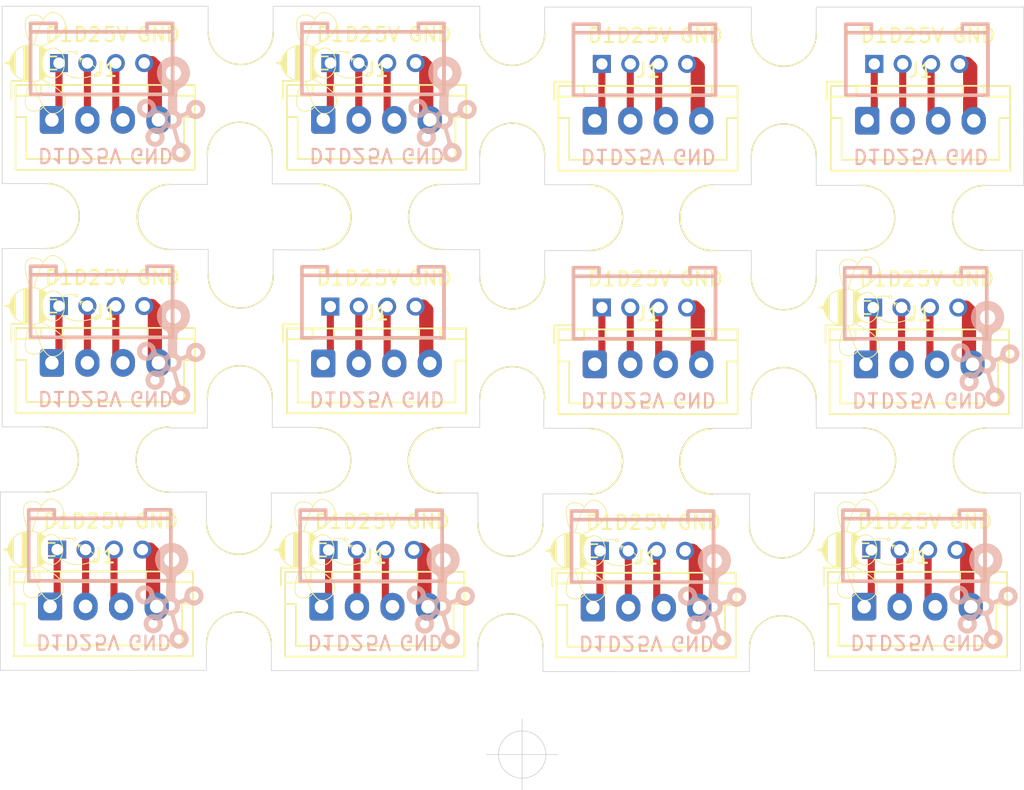
<source format=kicad_pcb>
(kicad_pcb (version 20241229) (generator "pcbnew") (generator_version "9.0")
  (layers (0 "F.Cu" signal) (2 "B.Cu" signal) (13 "F.Paste" user) (15 "B.Paste" user) (5 "F.SilkS" user) (7 "B.SilkS" user) (1 "F.Mask" user) (3 "B.Mask" user) (25 "Edge.Cuts" user))
  (net 0 "")
  (net 1 "GND")
  (net 2 "+5V")
  (net 3 "Net-(J1-Pad2)")
  (net 4 "Net-(J1-Pad1)")
  (footprint "Connector_JST:JST_XH_B4B-XH-A_1x04_P2.50mm_Vertical" (layer "F.Cu") (at 98.276 93.817)
    (property "Reference" "J1")
    (property "Value" "Conn_01x04")
  )
  (footprint "logo-beehive:logo-beehive-7_2х6_7mm" (layer "F.Cu") (at 98.276 89.817 -90)
    (property "Reference" "G***" (hide yes))
    (property "Value" "LOGO" (hide yes))
  )
  (footprint "Connector_JST:JST_XH_B4B-XH-A_1x04_P2.50mm_Vertical" (layer "F.Cu") (at 117.3795 93.817)
    (property "Reference" "J1")
    (property "Value" "Conn_01x04")
  )
  (footprint "Connector_JST:JST_XH_B4B-XH-A_1x04_P2.50mm_Vertical" (layer "F.Cu") (at 155.5865 111.0255)
    (property "Reference" "J1")
    (property "Value" "Conn_01x04")
  )
  (footprint "Connector_JST:JST_XH_B4B-XH-A_1x04_P2.50mm_Vertical" (layer "F.Cu") (at 98.276 110.9205)
    (property "Reference" "J1")
    (property "Value" "Conn_01x04")
  )
  (footprint "Connector_JST:JST_XH_B4B-XH-A_1x04_P2.50mm_Vertical" (layer "F.Cu") (at 117.2525 128.0875)
    (property "Reference" "J1")
    (property "Value" "Conn_01x04")
  )
  (footprint "Connector_JST:JST_XH_B4B-XH-A_1x04_P2.50mm_Vertical" (layer "F.Cu") (at 136.356 128.151)
    (property "Reference" "J1")
    (property "Value" "Conn_01x04")
  )
  (footprint "Connector_JST:JST_XH_B4B-XH-A_1x04_P2.50mm_Vertical" (layer "F.Cu") (at 155.4595 128.0875)
    (property "Reference" "J1")
    (property "Value" "Conn_01x04")
  )
  (footprint "logo-beehive:logo-beehive-7_2х6_7mm" (layer "F.Cu") (at 117.3795 89.817 -90)
    (property "Reference" "G***" (hide yes))
    (property "Value" "LOGO" (hide yes))
  )
  (footprint "logo-beehive:logo-beehive-7_2х6_7mm" (layer "F.Cu") (at 155.5865 107.0255 -90)
    (property "Reference" "G***" (hide yes))
    (property "Value" "LOGO" (hide yes))
  )
  (footprint "logo-beehive:logo-beehive-7_2х6_7mm" (layer "F.Cu") (at 98.276 106.9205 -90)
    (property "Reference" "G***" (hide yes))
    (property "Value" "LOGO" (hide yes))
  )
  (footprint "logo-beehive:logo-beehive-7_2х6_7mm" (layer "F.Cu") (at 117.2525 124.0875 -90)
    (property "Reference" "G***" (hide yes))
    (property "Value" "LOGO" (hide yes))
  )
  (footprint "logo-beehive:logo-beehive-7_2х6_7mm" (layer "F.Cu") (at 136.356 124.151 -90)
    (property "Reference" "G***" (hide yes))
    (property "Value" "LOGO" (hide yes))
  )
  (footprint "logo-beehive:logo-beehive-7_2х6_7mm" (layer "F.Cu") (at 155.4595 124.0875 -90)
    (property "Reference" "G***" (hide yes))
    (property "Value" "LOGO" (hide yes))
  )
  (footprint "panelization:mouse-bite-5mm-slot" (layer "F.Cu") (at 102.235 100.584 180)
    (property "Reference" "mouse-bite-5mm-slot" (hide yes))
    (property "Value" "VAL**" (hide yes))
  )
  (footprint "panelization:mouse-bite-5mm-slot" (layer "F.Cu") (at 130.683 92.0115 90)
    (property "Reference" "mouse-bite-5mm-slot" (hide yes))
    (property "Value" "VAL**" (hide yes))
  )
  (footprint "panelization:mouse-bite-5mm-slot" (layer "F.Cu") (at 121.352 100.6475 180)
    (property "Reference" "mouse-bite-5mm-slot" (hide yes))
    (property "Value" "VAL**" (hide yes))
  )
  (footprint "panelization:mouse-bite-5mm-slot" (layer "F.Cu") (at 130.556 126.559 90)
    (property "Reference" "mouse-bite-5mm-slot" (hide yes))
    (property "Value" "VAL**" (hide yes))
  )
  (footprint "panelization:mouse-bite-5mm-slot" (layer "F.Cu") (at 159.706 117.7925 180)
    (property "Reference" "mouse-bite-5mm-slot" (hide yes))
    (property "Value" "VAL**" (hide yes))
  )
  (footprint "logo-beehive:logo-beehive-7_2х6_7mm" (layer "F.Cu") (at 98.149 124.0655 -90)
    (property "Reference" "G***" (hide yes))
    (property "Value" "LOGO" (hide yes))
  )
  (footprint "Connector_JST:JST_XH_B4B-XH-A_1x04_P2.50mm_Vertical" (layer "F.Cu") (at 98.149 128.0655)
    (property "Reference" "J1")
    (property "Value" "Conn_01x04")
  )
  (footprint "Connector_JST:JST_XH_B4B-XH-A_1x04_P2.50mm_Vertical" (layer "F.Cu") (at 136.493 111.022)
    (property "Reference" "J1")
    (property "Value" "Conn_01x04")
  )
  (footprint "panelization:mouse-bite-5mm-slot" (layer "F.Cu") (at 111.566 109.0895 90)
    (property "Reference" "mouse-bite-5mm-slot" (hide yes))
    (property "Value" "VAL**" (hide yes))
  )
  (footprint "panelization:mouse-bite-5mm-slot" (layer "F.Cu") (at 159.639 100.711 180)
    (property "Reference" "mouse-bite-5mm-slot" (hide yes))
    (property "Value" "VAL**" (hide yes))
  )
  (footprint "panelization:mouse-bite-5mm-slot" (layer "F.Cu") (at 149.7965 109.2165 90)
    (property "Reference" "mouse-bite-5mm-slot" (hide yes))
    (property "Value" "VAL**" (hide yes))
  )
  (footprint "panelization:mouse-bite-5mm-slot" (layer "F.Cu") (at 111.4425 126.4285 90)
    (property "Reference" "mouse-bite-5mm-slot" (hide yes))
    (property "Value" "VAL**" (hide yes))
  )
  (footprint "Connector_JST:JST_XH_B4B-XH-A_1x04_P2.50mm_Vertical" (layer "F.Cu") (at 136.493 93.877)
    (property "Reference" "J1")
    (property "Value" "Conn_01x04")
  )
  (footprint "Connector_JST:JST_XH_B4B-XH-A_1x04_P2.50mm_Vertical" (layer "F.Cu") (at 117.3795 110.9585)
    (property "Reference" "J1")
    (property "Value" "Conn_01x04")
  )
  (footprint "panelization:mouse-bite-5mm-slot" (layer "F.Cu") (at 149.6695 126.686 90)
    (property "Reference" "mouse-bite-5mm-slot" (hide yes))
    (property "Value" "VAL**" (hide yes))
  )
  (footprint "panelization:mouse-bite-5mm-slot" (layer "F.Cu") (at 130.683 109.153 90)
    (property "Reference" "mouse-bite-5mm-slot" (hide yes))
    (property "Value" "VAL**" (hide yes))
  )
  (footprint "Connector_JST:JST_XH_B4B-XH-A_1x04_P2.50mm_Vertical" (layer "F.Cu") (at 155.67 93.877)
    (property "Reference" "J1")
    (property "Value" "Conn_01x04")
  )
  (footprint "panelization:mouse-bite-5mm-slot" (layer "F.Cu") (at 140.4655 117.8525 180)
    (property "Reference" "mouse-bite-5mm-slot" (hide yes))
    (property "Value" "VAL**" (hide yes))
  )
  (footprint "panelization:mouse-bite-5mm-slot" (layer "F.Cu") (at 111.566 91.948 90)
    (property "Reference" "mouse-bite-5mm-slot" (hide yes))
    (property "Value" "VAL**" (hide yes))
  )
  (footprint "panelization:mouse-bite-5mm-slot" (layer "F.Cu") (at 102.175 117.729 180)
    (property "Reference" "mouse-bite-5mm-slot" (hide yes))
    (property "Value" "VAL**" (hide yes))
  )
  (footprint "panelization:mouse-bite-5mm-slot" (layer "F.Cu") (at 121.352 117.789 180)
    (property "Reference" "mouse-bite-5mm-slot" (hide yes))
    (property "Value" "VAL**" (hide yes))
  )
  (footprint "panelization:mouse-bite-5mm-slot" (layer "F.Cu") (at 140.4655 100.7075 180)
    (property "Reference" "mouse-bite-5mm-slot" (hide yes))
    (property "Value" "VAL**" (hide yes))
  )
  (footprint "panelization:mouse-bite-5mm-slot" (layer "F.Cu") (at 149.7965 92.0715 90)
    (property "Reference" "mouse-bite-5mm-slot" (hide yes))
    (property "Value" "VAL**" (hide yes))
  )
  (footprint "Grove-Gas Sensor v1.4:4P-LEADED-2.0" (layer "B.Cu") (at 101.776 89.817)
    (property "Reference" "J2")
    (property "Value" "Conn_01x04")
  )
  (footprint "Grove-Gas Sensor v1.4:TWIGLOGO" (layer "B.Cu") (at 106.776 90.317)
    (property "Reference" "U$3" (hide yes))
    (property "Value" "" (hide yes))
  )
  (footprint "Grove-Gas Sensor v1.4:4P-LEADED-2.0" (layer "B.Cu") (at 120.8795 89.817)
    (property "Reference" "J2")
    (property "Value" "Conn_01x04")
  )
  (footprint "Grove-Gas Sensor v1.4:4P-LEADED-2.0" (layer "B.Cu") (at 159.0865 107.0255)
    (property "Reference" "J2")
    (property "Value" "Conn_01x04")
  )
  (footprint "Grove-Gas Sensor v1.4:4P-LEADED-2.0" (layer "B.Cu") (at 101.776 106.9205)
    (property "Reference" "J2")
    (property "Value" "Conn_01x04")
  )
  (footprint "Grove-Gas Sensor v1.4:4P-LEADED-2.0" (layer "B.Cu") (at 120.7525 124.0875)
    (property "Reference" "J2")
    (property "Value" "Conn_01x04")
  )
  (footprint "Grove-Gas Sensor v1.4:4P-LEADED-2.0" (layer "B.Cu") (at 139.856 124.151)
    (property "Reference" "J2")
    (property "Value" "Conn_01x04")
  )
  (footprint "Grove-Gas Sensor v1.4:4P-LEADED-2.0" (layer "B.Cu") (at 158.9595 124.0875)
    (property "Reference" "J2")
    (property "Value" "Conn_01x04")
  )
  (footprint "Grove-Gas Sensor v1.4:TWIGLOGO" (layer "B.Cu") (at 125.8795 90.317)
    (property "Reference" "U$3" (hide yes))
    (property "Value" "" (hide yes))
  )
  (footprint "Grove-Gas Sensor v1.4:TWIGLOGO" (layer "B.Cu") (at 164.0865 107.5255)
    (property "Reference" "U$3" (hide yes))
    (property "Value" "" (hide yes))
  )
  (footprint "Grove-Gas Sensor v1.4:TWIGLOGO" (layer "B.Cu") (at 106.776 107.4205)
    (property "Reference" "U$3" (hide yes))
    (property "Value" "" (hide yes))
  )
  (footprint "Grove-Gas Sensor v1.4:TWIGLOGO" (layer "B.Cu") (at 125.7525 124.5875)
    (property "Reference" "U$3" (hide yes))
    (property "Value" "" (hide yes))
  )
  (footprint "Grove-Gas Sensor v1.4:TWIGLOGO" (layer "B.Cu") (at 144.856 124.651)
    (property "Reference" "U$3" (hide yes))
    (property "Value" "" (hide yes))
  )
  (footprint "Grove-Gas Sensor v1.4:TWIGLOGO" (layer "B.Cu") (at 163.9595 124.5875)
    (property "Reference" "U$3" (hide yes))
    (property "Value" "" (hide yes))
  )
  (footprint "Grove-Gas Sensor v1.4:4P-LEADED-2.0" (layer "B.Cu") (at 101.649 124.0655)
    (property "Reference" "J2")
    (property "Value" "Conn_01x04")
  )
  (footprint "Grove-Gas Sensor v1.4:TWIGLOGO" (layer "B.Cu") (at 106.649 124.5655)
    (property "Reference" "U$3" (hide yes))
    (property "Value" "" (hide yes))
  )
  (footprint "Grove-Gas Sensor v1.4:4P-LEADED-2.0" (layer "B.Cu") (at 139.993 107.022)
    (property "Reference" "J2")
    (property "Value" "Conn_01x04")
  )
  (footprint "Grove-Gas Sensor v1.4:4P-LEADED-2.0" (layer "B.Cu") (at 159.17 89.877)
    (property "Reference" "J2")
    (property "Value" "Conn_01x04")
  )
  (footprint "Grove-Gas Sensor v1.4:4P-LEADED-2.0" (layer "B.Cu") (at 120.8795 106.9585)
    (property "Reference" "J2")
    (property "Value" "Conn_01x04")
  )
  (footprint "Grove-Gas Sensor v1.4:4P-LEADED-2.0" (layer "B.Cu") (at 139.993 89.877)
    (property "Reference" "J2")
    (property "Value" "Conn_01x04")
  )
  (gr_line (start 94.776 98.298) (end 97.917 98.298) (stroke (width 0.05)) (layer "Edge.Cuts"))
  (gr_line (start 106.6165 98.3615) (end 109.22 98.3615) (stroke (width 0.05)) (layer "Edge.Cuts"))
  (gr_line (start 104.276 85.817) (end 109.276 85.817) (stroke (width 0.05)) (layer "Edge.Cuts"))
  (gr_line (start 94.776 90.317) (end 94.776 85.817) (stroke (width 0.05)) (layer "Edge.Cuts"))
  (gr_line (start 94.776 94.298) (end 94.776 98.298) (stroke (width 0.05)) (layer "Edge.Cuts"))
  (gr_line (start 109.276 85.817) (end 109.276 87.5665) (stroke (width 0.05)) (layer "Edge.Cuts"))
  (gr_line (start 109.22 96.266) (end 109.22 98.3615) (stroke (width 0.05)) (layer "Edge.Cuts"))
  (gr_line (start 113.792 96.266) (end 113.792 98.317) (stroke (width 0.05)) (layer "Edge.Cuts"))
  (gr_line (start 152.079 113.5345) (end 152.0865 115.5065) (stroke (width 0.05)) (layer "Edge.Cuts"))
  (gr_line (start 94.776 111.4205) (end 94.776 115.4205) (stroke (width 0.05)) (layer "Edge.Cuts"))
  (gr_line (start 113.725 130.75) (end 113.7285 132.5875) (stroke (width 0.05)) (layer "Edge.Cuts"))
  (gr_line (start 132.8385 130.877) (end 132.842 132.6515) (stroke (width 0.05)) (layer "Edge.Cuts"))
  (gr_line (start 151.952 131.004) (end 151.9555 132.5875) (stroke (width 0.05)) (layer "Edge.Cuts"))
  (gr_line (start 123.3795 85.817) (end 128.397 85.817) (stroke (width 0.05)) (layer "Edge.Cuts"))
  (gr_line (start 163.9605 102.997) (end 166.5605 102.997) (stroke (width 0.05)) (layer "Edge.Cuts"))
  (gr_line (start 106.6165 102.9335) (end 109.2835 102.9335) (stroke (width 0.05)) (layer "Edge.Cuts"))
  (gr_line (start 125.67 120.0785) (end 128.27 120.0785) (stroke (width 0.05)) (layer "Edge.Cuts"))
  (gr_line (start 144.7835 120.142) (end 147.3835 120.142) (stroke (width 0.05)) (layer "Edge.Cuts"))
  (gr_line (start 164.024 120.082) (end 166.4595 120.0785) (stroke (width 0.05)) (layer "Edge.Cuts"))
  (gr_line (start 113.8555 87.63) (end 113.8555 85.817) (stroke (width 0.05)) (layer "Edge.Cuts"))
  (gr_line (start 152.0825 104.8985) (end 152.0825 102.997) (stroke (width 0.05)) (layer "Edge.Cuts"))
  (gr_line (start 94.776 107.4205) (end 94.776 102.87) (stroke (width 0.05)) (layer "Edge.Cuts"))
  (gr_line (start 132.842 122.241) (end 132.842 120.142) (stroke (width 0.05)) (layer "Edge.Cuts"))
  (gr_line (start 151.9555 122.368) (end 151.9555 120.0875) (stroke (width 0.05)) (layer "Edge.Cuts"))
  (gr_line (start 119.3795 85.817) (end 113.8555 85.817) (stroke (width 0.05)) (layer "Edge.Cuts"))
  (gr_line (start 155.3245 102.9935) (end 152.0865 102.997) (stroke (width 0.05)) (layer "Edge.Cuts"))
  (gr_line (start 97.980499 102.869999) (end 94.776 102.87) (stroke (width 0.05)) (layer "Edge.Cuts"))
  (gr_line (start 117.034 120.075) (end 113.7285 120.0785) (stroke (width 0.05)) (layer "Edge.Cuts"))
  (gr_line (start 136.1475 120.1385) (end 132.842 120.142) (stroke (width 0.05)) (layer "Edge.Cuts"))
  (gr_line (start 155.388 120.0785) (end 151.9555 120.0875) (stroke (width 0.05)) (layer "Edge.Cuts"))
  (gr_line (start 128.3935 96.266) (end 128.397 98.317) (stroke (width 0.05)) (layer "Edge.Cuts"))
  (gr_line (start 166.5865 111.5255) (end 166.5865 115.5065) (stroke (width 0.05)) (layer "Edge.Cuts"))
  (gr_line (start 109.22 113.411) (end 109.22 115.503) (stroke (width 0.05)) (layer "Edge.Cuts"))
  (gr_line (start 128.2665 130.877) (end 128.27 132.5875) (stroke (width 0.05)) (layer "Edge.Cuts"))
  (gr_line (start 147.38 131.004) (end 147.3835 132.6515) (stroke (width 0.05)) (layer "Edge.Cuts"))
  (gr_line (start 166.4595 128.5875) (end 166.4595 132.5875) (stroke (width 0.05)) (layer "Edge.Cuts"))
  (gr_line (start 128.397 85.817) (end 128.397 87.63) (stroke (width 0.05)) (layer "Edge.Cuts"))
  (gr_line (start 166.5865 102.997) (end 166.5865 107.5255) (stroke (width 0.05)) (layer "Edge.Cuts"))
  (gr_line (start 109.2835 102.9335) (end 109.283501 104.708001) (stroke (width 0.05)) (layer "Edge.Cuts"))
  (gr_line (start 128.27 120.0785) (end 128.27 122.241) (stroke (width 0.05)) (layer "Edge.Cuts"))
  (gr_line (start 147.3835 120.142) (end 147.3835 122.368) (stroke (width 0.05)) (layer "Edge.Cuts"))
  (gr_line (start 166.4595 120.0785) (end 166.4595 124.5875) (stroke (width 0.05)) (layer "Edge.Cuts"))
  (gr_line (start 113.792 98.317) (end 117.034 98.317) (stroke (width 0.05)) (layer "Edge.Cuts"))
  (gr_line (start 152.0865 115.5065) (end 155.388 115.5065) (stroke (width 0.05)) (layer "Edge.Cuts"))
  (gr_line (start 94.776 115.4205) (end 97.857 115.4205) (stroke (width 0.05)) (layer "Edge.Cuts"))
  (gr_line (start 113.7285 132.588) (end 119.2525 132.5875) (stroke (width 0.05)) (layer "Edge.Cuts"))
  (gr_line (start 132.842 132.6515) (end 138.356 132.651) (stroke (width 0.05)) (layer "Edge.Cuts"))
  (gr_line (start 151.9555 132.5875) (end 157.4595 132.5875) (stroke (width 0.05)) (layer "Edge.Cuts"))
  (gr_line (start 125.67 98.365) (end 128.3795 98.317) (stroke (width 0.05)) (layer "Edge.Cuts"))
  (gr_line (start 164.024 115.51) (end 166.5865 115.5065) (stroke (width 0.05)) (layer "Edge.Cuts"))
  (gr_line (start 123.2525 132.5875) (end 128.27 132.5875) (stroke (width 0.05)) (layer "Edge.Cuts"))
  (gr_line (start 142.356 132.651) (end 147.3835 132.651) (stroke (width 0.05)) (layer "Edge.Cuts"))
  (gr_line (start 161.4595 132.5875) (end 166.4595 132.5875) (stroke (width 0.05)) (layer "Edge.Cuts"))
  (gr_line (start 100.276 85.817) (end 104.276 85.817) (stroke (width 0.05)) (layer "Edge.Cuts"))
  (gr_line (start 119.3795 85.817) (end 123.3795 85.817) (stroke (width 0.05)) (layer "Edge.Cuts"))
  (gr_line (start 157.4595 132.5875) (end 161.4595 132.5875) (stroke (width 0.05)) (layer "Edge.Cuts"))
  (gr_line (start 119.2525 132.5875) (end 123.2525 132.5875) (stroke (width 0.05)) (layer "Edge.Cuts"))
  (gr_line (start 138.356 132.651) (end 142.356 132.651) (stroke (width 0.05)) (layer "Edge.Cuts"))
  (gr_line (start 94.776 90.317) (end 94.776 94.317) (stroke (width 0.05)) (layer "Edge.Cuts"))
  (gr_line (start 94.776 107.4205) (end 94.776 111.4205) (stroke (width 0.05)) (layer "Edge.Cuts"))
  (gr_line (start 166.4595 124.5875) (end 166.4595 128.5875) (stroke (width 0.05)) (layer "Edge.Cuts"))
  (gr_line (start 166.5865 107.5255) (end 166.5865 111.5255) (stroke (width 0.05)) (layer "Edge.Cuts"))
  (gr_arc (start 132.969 87.6935) (mid 130.683 89.9795) (end 128.397 87.6935) (stroke (width 0.05)) (layer "Edge.Cuts"))
  (gr_arc (start 128.3935 96.3295) (mid 130.6795 94.0435) (end 132.9655 96.3295) (stroke (width 0.05)) (layer "Edge.Cuts"))
  (gr_arc (start 117.034 98.317) (mid 119.3645 100.6475) (end 117.034 102.978) (stroke (width 0.05)) (layer "Edge.Cuts"))
  (gr_arc (start 125.67 102.937) (mid 123.384 100.651) (end 125.67 98.365) (stroke (width 0.05)) (layer "Edge.Cuts"))
  (gr_arc (start 132.842 122.241) (mid 130.556 124.527) (end 128.27 122.241) (stroke (width 0.05)) (layer "Edge.Cuts"))
  (gr_arc (start 128.2665 130.877) (mid 130.5525 128.591) (end 132.8385 130.877) (stroke (width 0.05)) (layer "Edge.Cuts"))
  (gr_arc (start 164.024 120.082) (mid 161.738 117.796) (end 164.024 115.51) (stroke (width 0.05)) (layer "Edge.Cuts"))
  (gr_arc (start 155.388 115.5065) (mid 157.674 117.7925) (end 155.388 120.0785) (stroke (width 0.05)) (layer "Edge.Cuts"))
  (gr_line (start 94.649 128.5655) (end 94.649 132.5655) (stroke (width 0.05)) (layer "Edge.Cuts"))
  (gr_line (start 104.149 132.5655) (end 109.149 132.5655) (stroke (width 0.05)) (layer "Edge.Cuts"))
  (gr_line (start 109.149 120.015) (end 109.1565 122.114) (stroke (width 0.05)) (layer "Edge.Cuts"))
  (gr_line (start 97.853499 120.014999) (end 94.649 120.015) (stroke (width 0.05)) (layer "Edge.Cuts"))
  (gr_line (start 94.649 124.5655) (end 94.649 128.5655) (stroke (width 0.05)) (layer "Edge.Cuts"))
  (gr_line (start 94.649 132.5655) (end 100.149 132.5655) (stroke (width 0.05)) (layer "Edge.Cuts"))
  (gr_line (start 109.153 130.75) (end 109.149 132.5655) (stroke (width 0.05)) (layer "Edge.Cuts"))
  (gr_line (start 94.649 124.5655) (end 94.649 120.015) (stroke (width 0.05)) (layer "Edge.Cuts"))
  (gr_line (start 106.493 120.0185) (end 109.1565 120.015) (stroke (width 0.05)) (layer "Edge.Cuts"))
  (gr_arc (start 152.0825 104.8985) (mid 149.7965 107.1845) (end 147.5105 104.8985) (stroke (width 0.05)) (layer "Edge.Cuts"))
  (gr_line (start 144.7835 115.522) (end 147.493 115.522) (stroke (width 0.05)) (layer "Edge.Cuts"))
  (gr_line (start 132.969 104.835) (end 132.969 103.022) (stroke (width 0.05)) (layer "Edge.Cuts"))
  (gr_line (start 144.7835 103.022) (end 147.5105 103.022) (stroke (width 0.05)) (layer "Edge.Cuts"))
  (gr_line (start 132.9055 115.522) (end 136.1475 115.522) (stroke (width 0.05)) (layer "Edge.Cuts"))
  (gr_line (start 132.9055 113.471) (end 132.9055 115.522) (stroke (width 0.05)) (layer "Edge.Cuts"))
  (gr_line (start 106.6165 115.503) (end 109.22 115.503) (stroke (width 0.05)) (layer "Edge.Cuts"))
  (gr_arc (start 136.1475 115.522) (mid 138.478 117.8525) (end 136.1475 120.183) (stroke (width 0.05)) (layer "Edge.Cuts"))
  (gr_line (start 147.5105 103.022) (end 147.5105 104.835) (stroke (width 0.05)) (layer "Edge.Cuts"))
  (gr_line (start 157.67 85.877) (end 161.67 85.877) (stroke (width 0.05)) (layer "Edge.Cuts"))
  (gr_line (start 147.507 113.471) (end 147.5105 115.522) (stroke (width 0.05)) (layer "Edge.Cuts"))
  (gr_arc (start 144.7835 120.19) (mid 142.4495 117.856) (end 144.7835 115.522) (stroke (width 0.05)) (layer "Edge.Cuts"))
  (gr_arc (start 113.856381 104.771499) (mid 111.537748 107.058161) (end 109.283501 104.708001) (stroke (width 0.05)) (layer "Edge.Cuts"))
  (gr_arc (start 147.507 113.5345) (mid 149.793 111.2485) (end 152.079 113.5345) (stroke (width 0.05)) (layer "Edge.Cuts"))
  (gr_line (start 136.1475 103.022) (end 132.969 103.022) (stroke (width 0.05)) (layer "Edge.Cuts"))
  (gr_arc (start 109.22 113.4075) (mid 111.506 111.1215) (end 113.792 113.4075) (stroke (width 0.05)) (layer "Edge.Cuts"))
  (gr_line (start 166.6875 87.6935) (end 166.684 96.326) (stroke (width 0.05)) (layer "Edge.Cuts"))
  (gr_line (start 100.149 132.5655) (end 104.149 132.5655) (stroke (width 0.05)) (layer "Edge.Cuts"))
  (gr_line (start 152.0825 87.757) (end 152.0825 85.877) (stroke (width 0.05)) (layer "Edge.Cuts"))
  (gr_arc (start 109.22 96.266) (mid 111.506 93.98) (end 113.792 96.266) (stroke (width 0.05)) (layer "Edge.Cuts"))
  (gr_arc (start 147.507 96.3895) (mid 149.793 94.1035) (end 152.079 96.3895) (stroke (width 0.05)) (layer "Edge.Cuts"))
  (gr_line (start 132.969 98.377) (end 136.1475 98.377) (stroke (width 0.05)) (layer "Edge.Cuts"))
  (gr_arc (start 125.67 120.1265) (mid 123.336 117.7925) (end 125.67 115.4585) (stroke (width 0.05)) (layer "Edge.Cuts"))
  (gr_arc (start 109.153 130.75) (mid 111.439 128.464) (end 113.725 130.75) (stroke (width 0.05)) (layer "Edge.Cuts"))
  (gr_line (start 117.034 102.978) (end 113.8555 102.9585) (stroke (width 0.05)) (layer "Edge.Cuts"))
  (gr_line (start 113.792 115.4585) (end 117.034 115.4585) (stroke (width 0.05)) (layer "Edge.Cuts"))
  (gr_arc (start 144.7835 103.045) (mid 142.4495 100.711) (end 144.7835 98.377) (stroke (width 0.05)) (layer "Edge.Cuts"))
  (gr_arc (start 106.6165 102.9335) (mid 104.3305 100.6475) (end 106.6165 98.3615) (stroke (width 0.05)) (layer "Edge.Cuts"))
  (gr_line (start 128.397 102.9585) (end 128.397 104.7715) (stroke (width 0.05)) (layer "Edge.Cuts"))
  (gr_line (start 157.67 85.877) (end 152.146 85.877) (stroke (width 0.05)) (layer "Edge.Cuts"))
  (gr_arc (start 151.9555 122.368) (mid 149.6695 124.654) (end 147.3835 122.368) (stroke (width 0.05)) (layer "Edge.Cuts"))
  (gr_arc (start 97.857 115.442998) (mid 100.143001 117.730751) (end 97.853499 120.014999) (stroke (width 0.05)) (layer "Edge.Cuts"))
  (gr_line (start 147.5105 85.877) (end 147.5105 87.69) (stroke (width 0.05)) (layer "Edge.Cuts"))
  (gr_arc (start 155.3245 98.4215) (mid 157.6105 100.7075) (end 155.3245 102.9935) (stroke (width 0.05)) (layer "Edge.Cuts"))
  (gr_line (start 147.507 96.326) (end 147.5105 98.377) (stroke (width 0.05)) (layer "Edge.Cuts"))
  (gr_line (start 113.792 113.4075) (end 113.792 115.4585) (stroke (width 0.05)) (layer "Edge.Cuts"))
  (gr_arc (start 136.1475 98.377) (mid 138.478 100.7075) (end 136.1475 103.038) (stroke (width 0.05)) (layer "Edge.Cuts"))
  (gr_line (start 152.0825 98.425) (end 155.3245 98.4215) (stroke (width 0.05)) (layer "Edge.Cuts"))
  (gr_line (start 113.7285 120.0785) (end 113.7285 122.1105) (stroke (width 0.05)) (layer "Edge.Cuts"))
  (gr_line (start 132.9655 96.3295) (end 132.969 98.377) (stroke (width 0.05)) (layer "Edge.Cuts"))
  (gr_line (start 144.7835 98.377) (end 147.493 98.377) (stroke (width 0.05)) (layer "Edge.Cuts"))
  (gr_arc (start 147.38 131.004) (mid 149.666 128.718) (end 151.952 131.004) (stroke (width 0.05)) (layer "Edge.Cuts"))
  (gr_arc (start 117.034 115.503) (mid 119.32 117.789) (end 117.034 120.075) (stroke (width 0.05)) (layer "Edge.Cuts"))
  (gr_line (start 113.8555 104.7715) (end 113.8555 102.9585) (stroke (width 0.05)) (layer "Edge.Cuts"))
  (gr_arc (start 113.7285 122.114) (mid 111.4425 124.4) (end 109.1565 122.114) (stroke (width 0.05)) (layer "Edge.Cuts"))
  (gr_line (start 125.67 115.4585) (end 128.3795 115.4585) (stroke (width 0.05)) (layer "Edge.Cuts"))
  (gr_arc (start 132.969 104.835) (mid 130.683 107.121) (end 128.397 104.835) (stroke (width 0.05)) (layer "Edge.Cuts"))
  (gr_line (start 138.493 85.877) (end 142.493 85.877) (stroke (width 0.05)) (layer "Edge.Cuts"))
  (gr_line (start 166.684 96.326) (end 166.6875 98.425) (stroke (width 0.05)) (layer "Edge.Cuts"))
  (gr_line (start 128.3935 113.4075) (end 128.397 115.4585) (stroke (width 0.05)) (layer "Edge.Cuts"))
  (gr_line (start 163.9605 98.425) (end 166.67 98.425) (stroke (width 0.05)) (layer "Edge.Cuts"))
  (gr_line (start 132.969 87.69) (end 132.969 85.877) (stroke (width 0.05)) (layer "Edge.Cuts"))
  (gr_line (start 142.493 85.877) (end 147.5105 85.877) (stroke (width 0.05)) (layer "Edge.Cuts"))
  (gr_line (start 138.493 85.877) (end 132.969 85.877) (stroke (width 0.05)) (layer "Edge.Cuts"))
  (gr_line (start 166.6875 85.877) (end 166.6875 87.69) (stroke (width 0.05)) (layer "Edge.Cuts"))
  (gr_arc (start 97.917001 98.297119) (mid 100.203661 100.552248) (end 97.980499 102.869999) (stroke (width 0.05)) (layer "Edge.Cuts"))
  (gr_line (start 100.276 85.817) (end 94.776 85.817) (stroke (width 0.05)) (layer "Edge.Cuts"))
  (gr_arc (start 113.856381 87.629999) (mid 111.537748 89.916661) (end 109.283501 87.566501) (stroke (width 0.05)) (layer "Edge.Cuts"))
  (gr_arc (start 152.0825 87.7535) (mid 149.7965 90.0395) (end 147.5105 87.7535) (stroke (width 0.05)) (layer "Edge.Cuts"))
  (gr_line (start 161.67 85.877) (end 166.6875 85.877) (stroke (width 0.05)) (layer "Edge.Cuts"))
  (gr_line (start 152.0825 96.326) (end 152.0825 98.425) (stroke (width 0.05)) (layer "Edge.Cuts"))
  (gr_arc (start 128.3935 113.471) (mid 130.6795 111.185) (end 132.9655 113.471) (stroke (width 0.05)) (layer "Edge.Cuts"))
  (gr_arc (start 106.493 120.0185) (mid 104.207875 117.669258) (end 106.619436 115.449999) (stroke (width 0.05)) (layer "Edge.Cuts"))
  (gr_line (start 125.67 102.937) (end 128.397 102.9585) (stroke (width 0.05)) (layer "Edge.Cuts"))
  (gr_arc (start 163.9605 102.997) (mid 161.6745 100.711) (end 163.9605 98.425) (stroke (width 0.05)) (layer "Edge.Cuts"))
  (gr_text "5V" (at 102.776 87.817 0) (layer "F.SilkS") (effects (font (size 1 1))))
  (gr_text "D2" (at 100.776 87.817 0) (layer "F.SilkS") (effects (font (size 1 1))))
  (gr_text "D1" (at 98.776 87.817 0) (layer "F.SilkS") (effects (font (size 1 1))))
  (gr_text "D2" (at 119.8795 87.817 0) (layer "F.SilkS") (effects (font (size 1 1))))
  (gr_text "D2" (at 158.0865 105.0255 0) (layer "F.SilkS") (effects (font (size 1 1))))
  (gr_text "D2" (at 100.776 104.9205 0) (layer "F.SilkS") (effects (font (size 1 1))))
  (gr_text "D2" (at 119.7525 122.0875 0) (layer "F.SilkS") (effects (font (size 1 1))))
  (gr_text "D2" (at 138.856 122.151 0) (layer "F.SilkS") (effects (font (size 1 1))))
  (gr_text "D2" (at 157.9595 122.0875 0) (layer "F.SilkS") (effects (font (size 1 1))))
  (gr_text "5V" (at 121.8795 87.817 0) (layer "F.SilkS") (effects (font (size 1 1))))
  (gr_text "5V" (at 160.0865 105.0255 0) (layer "F.SilkS") (effects (font (size 1 1))))
  (gr_text "5V" (at 102.776 104.9205 0) (layer "F.SilkS") (effects (font (size 1 1))))
  (gr_text "5V" (at 121.7525 122.0875 0) (layer "F.SilkS") (effects (font (size 1 1))))
  (gr_text "5V" (at 140.856 122.151 0) (layer "F.SilkS") (effects (font (size 1 1))))
  (gr_text "5V" (at 159.9595 122.0875 0) (layer "F.SilkS") (effects (font (size 1 1))))
  (gr_text "D1" (at 117.8795 87.817 0) (layer "F.SilkS") (effects (font (size 1 1))))
  (gr_text "D1" (at 156.0865 105.0255 0) (layer "F.SilkS") (effects (font (size 1 1))))
  (gr_text "D1" (at 98.776 104.9205 0) (layer "F.SilkS") (effects (font (size 1 1))))
  (gr_text "D1" (at 117.7525 122.0875 0) (layer "F.SilkS") (effects (font (size 1 1))))
  (gr_text "D1" (at 136.856 122.151 0) (layer "F.SilkS") (effects (font (size 1 1))))
  (gr_text "D1" (at 155.9595 122.0875 0) (layer "F.SilkS") (effects (font (size 1 1))))
  (gr_text "GND" (at 124.8795 87.817 0) (layer "F.SilkS") (effects (font (size 1 1))))
  (gr_text "GND" (at 163.0865 105.0255 0) (layer "F.SilkS") (effects (font (size 1 1))))
  (gr_text "GND" (at 105.776 104.9205 0) (layer "F.SilkS") (effects (font (size 1 1))))
  (gr_text "GND" (at 124.7525 122.0875 0) (layer "F.SilkS") (effects (font (size 1 1))))
  (gr_text "GND" (at 143.856 122.151 0) (layer "F.SilkS") (effects (font (size 1 1))))
  (gr_text "GND" (at 162.9595 122.0875 0) (layer "F.SilkS") (effects (font (size 1 1))))
  (gr_text "D1" (at 98.649 122.0655 0) (layer "F.SilkS") (effects (font (size 1 1))))
  (gr_text "GND" (at 105.649 122.0655 0) (layer "F.SilkS") (effects (font (size 1 1))))
  (gr_text "5V" (at 102.649 122.0655 0) (layer "F.SilkS") (effects (font (size 1 1))))
  (gr_text "D2" (at 100.649 122.0655 0) (layer "F.SilkS") (effects (font (size 1 1))))
  (gr_text "5V" (at 140.97 105.022 0) (layer "F.SilkS") (effects (font (size 1 1))))
  (gr_text "D1" (at 136.993 105.022 0) (layer "F.SilkS") (effects (font (size 1 1))))
  (gr_text "GND" (at 143.993 105.022 0) (layer "F.SilkS") (effects (font (size 1 1))))
  (gr_text "D2" (at 138.993 105.022 0) (layer "F.SilkS") (effects (font (size 1 1))))
  (gr_text "D1" (at 136.993 87.877 0) (layer "F.SilkS") (effects (font (size 1 1))))
  (gr_text "D1" (at 156.17 87.877 0) (layer "F.SilkS") (effects (font (size 1 1))))
  (gr_text "5V" (at 140.993 87.877 0) (layer "F.SilkS") (effects (font (size 1 1))))
  (gr_text "D2" (at 138.993 87.877 0) (layer "F.SilkS") (effects (font (size 1 1))))
  (gr_text "D2" (at 158.17 87.877 0) (layer "F.SilkS") (effects (font (size 1 1))))
  (gr_text "GND" (at 163.17 87.877 0) (layer "F.SilkS") (effects (font (size 1 1))))
  (gr_text "D1" (at 117.8795 104.9585 0) (layer "F.SilkS") (effects (font (size 1 1))))
  (gr_text "D2" (at 119.8795 104.9585 0) (layer "F.SilkS") (effects (font (size 1 1))))
  (gr_text "GND" (at 105.776 87.817 0) (layer "F.SilkS") (effects (font (size 1 1))))
  (gr_text "5V" (at 160.17 87.877 0) (layer "F.SilkS") (effects (font (size 1 1))))
  (gr_text "GND" (at 143.993 87.877 0) (layer "F.SilkS") (effects (font (size 1 1))))
  (gr_text "GND" (at 124.8795 104.9585 0) (layer "F.SilkS") (effects (font (size 1 1))))
  (gr_text "5V" (at 121.8795 104.9585 0) (layer "F.SilkS") (effects (font (size 1 1))))
  (gr_text "5V" (at 102.276 96.317 180) (layer "B.SilkS") (effects (font (size 1 1)) (justify mirror)))
  (gr_text "GND" (at 105.276 96.317 180) (layer "B.SilkS") (effects (font (size 1 1)) (justify mirror)))
  (gr_text "D2" (at 100.276 96.317 180) (layer "B.SilkS") (effects (font (size 1 1)) (justify mirror)))
  (gr_text "D1" (at 98.276 96.317 180) (layer "B.SilkS") (effects (font (size 1 1)) (justify mirror)))
  (gr_text "D2" (at 119.3795 96.317 180) (layer "B.SilkS") (effects (font (size 1 1)) (justify mirror)))
  (gr_text "D2" (at 157.5865 113.5255 180) (layer "B.SilkS") (effects (font (size 1 1)) (justify mirror)))
  (gr_text "D2" (at 100.276 113.4205 180) (layer "B.SilkS") (effects (font (size 1 1)) (justify mirror)))
  (gr_text "D2" (at 119.2525 130.5875 180) (layer "B.SilkS") (effects (font (size 1 1)) (justify mirror)))
  (gr_text "D2" (at 138.356 130.651 180) (layer "B.SilkS") (effects (font (size 1 1)) (justify mirror)))
  (gr_text "D2" (at 157.4595 130.5875 180) (layer "B.SilkS") (effects (font (size 1 1)) (justify mirror)))
  (gr_text "GND" (at 124.3795 96.317 180) (layer "B.SilkS") (effects (font (size 1 1)) (justify mirror)))
  (gr_text "GND" (at 162.5865 113.5255 180) (layer "B.SilkS") (effects (font (size 1 1)) (justify mirror)))
  (gr_text "GND" (at 105.276 113.4205 180) (layer "B.SilkS") (effects (font (size 1 1)) (justify mirror)))
  (gr_text "GND" (at 124.2525 130.5875 180) (layer "B.SilkS") (effects (font (size 1 1)) (justify mirror)))
  (gr_text "GND" (at 143.356 130.651 180) (layer "B.SilkS") (effects (font (size 1 1)) (justify mirror)))
  (gr_text "GND" (at 162.4595 130.5875 180) (layer "B.SilkS") (effects (font (size 1 1)) (justify mirror)))
  (gr_text "5V" (at 121.3795 96.317 180) (layer "B.SilkS") (effects (font (size 1 1)) (justify mirror)))
  (gr_text "5V" (at 159.5865 113.5255 180) (layer "B.SilkS") (effects (font (size 1 1)) (justify mirror)))
  (gr_text "5V" (at 102.276 113.4205 180) (layer "B.SilkS") (effects (font (size 1 1)) (justify mirror)))
  (gr_text "5V" (at 121.2525 130.5875 180) (layer "B.SilkS") (effects (font (size 1 1)) (justify mirror)))
  (gr_text "5V" (at 140.356 130.651 180) (layer "B.SilkS") (effects (font (size 1 1)) (justify mirror)))
  (gr_text "5V" (at 159.4595 130.5875 180) (layer "B.SilkS") (effects (font (size 1 1)) (justify mirror)))
  (gr_text "D1" (at 117.3795 96.317 180) (layer "B.SilkS") (effects (font (size 1 1)) (justify mirror)))
  (gr_text "D1" (at 155.5865 113.5255 180) (layer "B.SilkS") (effects (font (size 1 1)) (justify mirror)))
  (gr_text "D1" (at 98.276 113.4205 180) (layer "B.SilkS") (effects (font (size 1 1)) (justify mirror)))
  (gr_text "D1" (at 117.2525 130.5875 180) (layer "B.SilkS") (effects (font (size 1 1)) (justify mirror)))
  (gr_text "D1" (at 136.356 130.651 180) (layer "B.SilkS") (effects (font (size 1 1)) (justify mirror)))
  (gr_text "D1" (at 155.4595 130.5875 180) (layer "B.SilkS") (effects (font (size 1 1)) (justify mirror)))
  (gr_text "5V" (at 102.149 130.5655 180) (layer "B.SilkS") (effects (font (size 1 1)) (justify mirror)))
  (gr_text "D1" (at 98.149 130.5655 180) (layer "B.SilkS") (effects (font (size 1 1)) (justify mirror)))
  (gr_text "GND" (at 105.149 130.5655 180) (layer "B.SilkS") (effects (font (size 1 1)) (justify mirror)))
  (gr_text "D2" (at 100.149 130.5655 180) (layer "B.SilkS") (effects (font (size 1 1)) (justify mirror)))
  (gr_text "D2" (at 138.493 113.522 180) (layer "B.SilkS") (effects (font (size 1 1)) (justify mirror)))
  (gr_text "GND" (at 143.493 113.522 180) (layer "B.SilkS") (effects (font (size 1 1)) (justify mirror)))
  (gr_text "5V" (at 140.493 113.522 180) (layer "B.SilkS") (effects (font (size 1 1)) (justify mirror)))
  (gr_text "D1" (at 136.493 113.522 180) (layer "B.SilkS") (effects (font (size 1 1)) (justify mirror)))
  (gr_text "D2" (at 157.67 96.377 180) (layer "B.SilkS") (effects (font (size 1 1)) (justify mirror)))
  (gr_text "5V" (at 121.3795 113.4585 180) (layer "B.SilkS") (effects (font (size 1 1)) (justify mirror)))
  (gr_text "5V" (at 159.67 96.377 180) (layer "B.SilkS") (effects (font (size 1 1)) (justify mirror)))
  (gr_text "GND" (at 143.493 96.377 180) (layer "B.SilkS") (effects (font (size 1 1)) (justify mirror)))
  (gr_text "5V" (at 140.493 96.377 180) (layer "B.SilkS") (effects (font (size 1 1)) (justify mirror)))
  (gr_text "D1" (at 117.3795 113.4585 180) (layer "B.SilkS") (effects (font (size 1 1)) (justify mirror)))
  (gr_text "D2" (at 119.3795 113.4585 180) (layer "B.SilkS") (effects (font (size 1 1)) (justify mirror)))
  (gr_text "GND" (at 124.3795 113.4585 180) (layer "B.SilkS") (effects (font (size 1 1)) (justify mirror)))
  (gr_text "GND" (at 162.67 96.377 180) (layer "B.SilkS") (effects (font (size 1 1)) (justify mirror)))
  (gr_text "D1" (at 136.493 96.377 180) (layer "B.SilkS") (effects (font (size 1 1)) (justify mirror)))
  (gr_text "D2" (at 138.493 96.377 180) (layer "B.SilkS") (effects (font (size 1 1)) (justify mirror)))
  (gr_text "D1" (at 155.67 96.377 180) (layer "B.SilkS") (effects (font (size 1 1)) (justify mirror)))
  (target plus (at 131.3815 138.4935) (size 5) (width 0.05) (layer "Edge.Cuts"))
  (segment (start 102.649 124.0655) (end 102.649 127.5655) (width 0.5) (layer "F.Cu") (net 0))
  (segment (start 105.649 128.0655) (end 105.399 127.8155) (width 1) (layer "F.Cu") (net 0))
  (segment (start 98.149 128.0655) (end 98.649 127.5655) (width 0.5) (layer "F.Cu") (net 0))
  (segment (start 105.149 124.0655) (end 104.649 124.0655) (width 1) (layer "F.Cu") (net 0))
  (segment (start 100.649 124.0655) (end 100.649 128.0655) (width 0.5) (layer "F.Cu") (net 0))
  (segment (start 98.649 127.5655) (end 98.649 124.0655) (width 0.5) (layer "F.Cu") (net 0))
  (segment (start 105.399 124.3155) (end 105.149 124.0655) (width 1) (layer "F.Cu") (net 0))
  (segment (start 105.399 127.8155) (end 105.399 124.3155) (width 1) (layer "F.Cu") (net 0))
  (segment (start 102.649 127.5655) (end 103.149 128.0655) (width 0.5) (layer "F.Cu") (net 0))
  (segment (start 124.6295 110.7085) (end 124.6295 107.2085) (width 1) (layer "F.Cu") (net 0))
  (segment (start 119.8795 106.9585) (end 119.8795 110.9585) (width 0.5) (layer "F.Cu") (net 0))
  (segment (start 117.8795 110.4585) (end 117.8795 106.9585) (width 0.5) (layer "F.Cu") (net 0))
  (segment (start 121.8795 106.9585) (end 121.8795 110.4585) (width 0.5) (layer "F.Cu") (net 0))
  (segment (start 124.6295 107.2085) (end 124.3795 106.9585) (width 1) (layer "F.Cu") (net 0))
  (segment (start 124.3795 106.9585) (end 123.8795 106.9585) (width 1) (layer "F.Cu") (net 0))
  (segment (start 121.8795 110.4585) (end 122.3795 110.9585) (width 0.5) (layer "F.Cu") (net 0))
  (segment (start 117.3795 110.9585) (end 117.8795 110.4585) (width 0.5) (layer "F.Cu") (net 0))
  (segment (start 124.8795 110.9585) (end 124.6295 110.7085) (width 1) (layer "F.Cu") (net 0))
  (segment (start 143.743 90.127) (end 143.493 89.877) (width 1) (layer "F.Cu") (net 0))
  (segment (start 143.743 93.627) (end 143.743 90.127) (width 1) (layer "F.Cu") (net 0))
  (segment (start 143.743 110.772) (end 143.743 107.272) (width 1) (layer "F.Cu") (net 0))
  (segment (start 160.17 93.377) (end 160.67 93.877) (width 0.5) (layer "F.Cu") (net 0))
  (segment (start 136.993 93.377) (end 136.993 89.877) (width 0.5) (layer "F.Cu") (net 0))
  (segment (start 162.67 89.877) (end 162.17 89.877) (width 1) (layer "F.Cu") (net 0))
  (segment (start 163.17 93.877) (end 162.92 93.627) (width 1) (layer "F.Cu") (net 0))
  (segment (start 140.993 89.877) (end 140.993 93.377) (width 0.5) (layer "F.Cu") (net 0))
  (segment (start 162.92 90.127) (end 162.67 89.877) (width 1) (layer "F.Cu") (net 0))
  (segment (start 160.17 89.877) (end 160.17 93.377) (width 0.5) (layer "F.Cu") (net 0))
  (segment (start 143.743 107.272) (end 143.493 107.022) (width 1) (layer "F.Cu") (net 0))
  (segment (start 143.493 107.022) (end 142.993 107.022) (width 1) (layer "F.Cu") (net 0))
  (segment (start 136.493 93.877) (end 136.993 93.377) (width 0.5) (layer "F.Cu") (net 0))
  (segment (start 140.993 107.022) (end 140.993 110.522) (width 0.5) (layer "F.Cu") (net 0))
  (segment (start 143.993 111.022) (end 143.743 110.772) (width 1) (layer "F.Cu") (net 0))
  (segment (start 138.993 107.022) (end 138.993 111.022) (width 0.5) (layer "F.Cu") (net 0))
  (segment (start 143.493 89.877) (end 142.993 89.877) (width 1) (layer "F.Cu") (net 0))
  (segment (start 138.993 89.877) (end 138.993 93.877) (width 0.5) (layer "F.Cu") (net 0))
  (segment (start 162.92 93.627) (end 162.92 90.127) (width 1) (layer "F.Cu") (net 0))
  (segment (start 136.993 110.522) (end 136.993 107.022) (width 0.5) (layer "F.Cu") (net 0))
  (segment (start 136.493 111.022) (end 136.993 110.522) (width 0.5) (layer "F.Cu") (net 0))
  (segment (start 155.67 93.877) (end 156.17 93.377) (width 0.5) (layer "F.Cu") (net 0))
  (segment (start 140.993 93.377) (end 141.493 93.877) (width 0.5) (layer "F.Cu") (net 0))
  (segment (start 158.17 89.877) (end 158.17 93.877) (width 0.5) (layer "F.Cu") (net 0))
  (segment (start 143.993 93.877) (end 143.743 93.627) (width 1) (layer "F.Cu") (net 0))
  (segment (start 140.993 110.522) (end 141.493 111.022) (width 0.5) (layer "F.Cu") (net 0))
  (segment (start 156.17 93.377) (end 156.17 89.877) (width 0.5) (layer "F.Cu") (net 0))
  (segment (start 124.6295 93.567) (end 124.6295 90.067) (width 1) (layer "F.Cu") (net 1))
  (segment (start 162.8365 110.7755) (end 162.8365 107.2755) (width 1) (layer "F.Cu") (net 1))
  (segment (start 105.526 110.6705) (end 105.526 107.1705) (width 1) (layer "F.Cu") (net 1))
  (segment (start 124.5025 127.8375) (end 124.5025 124.3375) (width 1) (layer "F.Cu") (net 1))
  (segment (start 143.606 127.901) (end 143.606 124.401) (width 1) (layer "F.Cu") (net 1))
  (segment (start 162.7095 127.8375) (end 162.7095 124.3375) (width 1) (layer "F.Cu") (net 1))
  (segment (start 124.3795 89.817) (end 123.8795 89.817) (width 1) (layer "F.Cu") (net 1))
  (segment (start 162.5865 107.0255) (end 162.0865 107.0255) (width 1) (layer "F.Cu") (net 1))
  (segment (start 105.276 106.9205) (end 104.776 106.9205) (width 1) (layer "F.Cu") (net 1))
  (segment (start 124.2525 124.0875) (end 123.7525 124.0875) (width 1) (layer "F.Cu") (net 1))
  (segment (start 143.356 124.151) (end 142.856 124.151) (width 1) (layer "F.Cu") (net 1))
  (segment (start 162.4595 124.0875) (end 161.9595 124.0875) (width 1) (layer "F.Cu") (net 1))
  (segment (start 124.8795 93.817) (end 124.6295 93.567) (width 1) (layer "F.Cu") (net 1))
  (segment (start 163.0865 111.0255) (end 162.8365 110.7755) (width 1) (layer "F.Cu") (net 1))
  (segment (start 105.776 110.9205) (end 105.526 110.6705) (width 1) (layer "F.Cu") (net 1))
  (segment (start 124.7525 128.0875) (end 124.5025 127.8375) (width 1) (layer "F.Cu") (net 1))
  (segment (start 143.856 128.151) (end 143.606 127.901) (width 1) (layer "F.Cu") (net 1))
  (segment (start 162.9595 128.0875) (end 162.7095 127.8375) (width 1) (layer "F.Cu") (net 1))
  (segment (start 124.6295 90.067) (end 124.3795 89.817) (width 1) (layer "F.Cu") (net 1))
  (segment (start 162.8365 107.2755) (end 162.5865 107.0255) (width 1) (layer "F.Cu") (net 1))
  (segment (start 105.526 107.1705) (end 105.276 106.9205) (width 1) (layer "F.Cu") (net 1))
  (segment (start 124.5025 124.3375) (end 124.2525 124.0875) (width 1) (layer "F.Cu") (net 1))
  (segment (start 143.606 124.401) (end 143.356 124.151) (width 1) (layer "F.Cu") (net 1))
  (segment (start 162.7095 124.3375) (end 162.4595 124.0875) (width 1) (layer "F.Cu") (net 1))
  (segment (start 105.526 90.067) (end 105.276 89.817) (width 1) (layer "F.Cu") (net 1))
  (segment (start 105.776 93.817) (end 105.526 93.567) (width 1) (layer "F.Cu") (net 1))
  (segment (start 105.276 89.817) (end 104.776 89.817) (width 1) (layer "F.Cu") (net 1))
  (segment (start 105.526 93.567) (end 105.526 90.067) (width 1) (layer "F.Cu") (net 1))
  (segment (start 121.8795 93.317) (end 122.3795 93.817) (width 0.5) (layer "F.Cu") (net 2))
  (segment (start 160.0865 110.5255) (end 160.5865 111.0255) (width 0.5) (layer "F.Cu") (net 2))
  (segment (start 102.776 110.4205) (end 103.276 110.9205) (width 0.5) (layer "F.Cu") (net 2))
  (segment (start 121.7525 127.5875) (end 122.2525 128.0875) (width 0.5) (layer "F.Cu") (net 2))
  (segment (start 140.856 127.651) (end 141.356 128.151) (width 0.5) (layer "F.Cu") (net 2))
  (segment (start 159.9595 127.5875) (end 160.4595 128.0875) (width 0.5) (layer "F.Cu") (net 2))
  (segment (start 121.8795 89.817) (end 121.8795 93.317) (width 0.5) (layer "F.Cu") (net 2))
  (segment (start 160.0865 107.0255) (end 160.0865 110.5255) (width 0.5) (layer "F.Cu") (net 2))
  (segment (start 102.776 106.9205) (end 102.776 110.4205) (width 0.5) (layer "F.Cu") (net 2))
  (segment (start 121.7525 124.0875) (end 121.7525 127.5875) (width 0.5) (layer "F.Cu") (net 2))
  (segment (start 140.856 124.151) (end 140.856 127.651) (width 0.5) (layer "F.Cu") (net 2))
  (segment (start 159.9595 124.0875) (end 159.9595 127.5875) (width 0.5) (layer "F.Cu") (net 2))
  (segment (start 102.776 89.817) (end 102.776 93.317) (width 0.5) (layer "F.Cu") (net 2))
  (segment (start 102.776 93.317) (end 103.276 93.817) (width 0.5) (layer "F.Cu") (net 2))
  (segment (start 119.8795 89.817) (end 119.8795 93.817) (width 0.5) (layer "F.Cu") (net 3))
  (segment (start 158.0865 107.0255) (end 158.0865 111.0255) (width 0.5) (layer "F.Cu") (net 3))
  (segment (start 100.776 106.9205) (end 100.776 110.9205) (width 0.5) (layer "F.Cu") (net 3))
  (segment (start 119.7525 124.0875) (end 119.7525 128.0875) (width 0.5) (layer "F.Cu") (net 3))
  (segment (start 138.856 124.151) (end 138.856 128.151) (width 0.5) (layer "F.Cu") (net 3))
  (segment (start 157.9595 124.0875) (end 157.9595 128.0875) (width 0.5) (layer "F.Cu") (net 3))
  (segment (start 100.776 89.817) (end 100.776 93.817) (width 0.5) (layer "F.Cu") (net 3))
  (segment (start 117.8795 93.317) (end 117.8795 89.817) (width 0.5) (layer "F.Cu") (net 4))
  (segment (start 156.0865 110.5255) (end 156.0865 107.0255) (width 0.5) (layer "F.Cu") (net 4))
  (segment (start 98.776 110.4205) (end 98.776 106.9205) (width 0.5) (layer "F.Cu") (net 4))
  (segment (start 117.7525 127.5875) (end 117.7525 124.0875) (width 0.5) (layer "F.Cu") (net 4))
  (segment (start 136.856 127.651) (end 136.856 124.151) (width 0.5) (layer "F.Cu") (net 4))
  (segment (start 155.9595 127.5875) (end 155.9595 124.0875) (width 0.5) (layer "F.Cu") (net 4))
  (segment (start 117.3795 93.817) (end 117.8795 93.317) (width 0.5) (layer "F.Cu") (net 4))
  (segment (start 155.5865 111.0255) (end 156.0865 110.5255) (width 0.5) (layer "F.Cu") (net 4))
  (segment (start 98.276 110.9205) (end 98.776 110.4205) (width 0.5) (layer "F.Cu") (net 4))
  (segment (start 117.2525 128.0875) (end 117.7525 127.5875) (width 0.5) (layer "F.Cu") (net 4))
  (segment (start 136.356 128.151) (end 136.856 127.651) (width 0.5) (layer "F.Cu") (net 4))
  (segment (start 155.4595 128.0875) (end 155.9595 127.5875) (width 0.5) (layer "F.Cu") (net 4))
  (segment (start 98.276 93.817) (end 98.776 93.317) (width 0.5) (layer "F.Cu") (net 4))
  (segment (start 98.776 93.317) (end 98.776 89.817) (width 0.5) (layer "F.Cu") (net 4))
)
</source>
